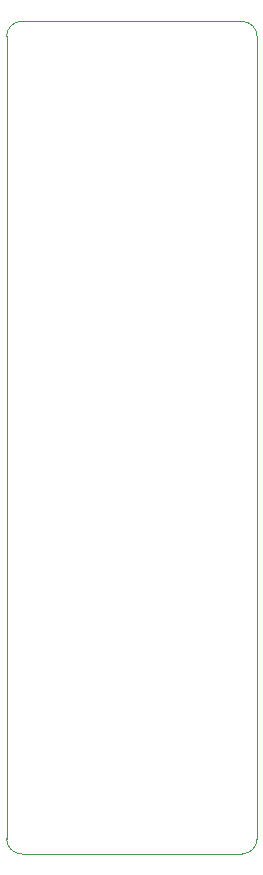
<source format=gbr>
%TF.GenerationSoftware,KiCad,Pcbnew,8.0.6*%
%TF.CreationDate,2024-11-08T20:03:32-06:00*%
%TF.ProjectId,lora micronode,6c6f7261-206d-4696-9372-6f6e6f64652e,rev?*%
%TF.SameCoordinates,Original*%
%TF.FileFunction,Profile,NP*%
%FSLAX46Y46*%
G04 Gerber Fmt 4.6, Leading zero omitted, Abs format (unit mm)*
G04 Created by KiCad (PCBNEW 8.0.6) date 2024-11-08 20:03:32*
%MOMM*%
%LPD*%
G01*
G04 APERTURE LIST*
%TA.AperFunction,Profile*%
%ADD10C,0.050000*%
%TD*%
G04 APERTURE END LIST*
D10*
X141732000Y-51689000D02*
X141732000Y-119634000D01*
X121793000Y-50419000D02*
X140462000Y-50419000D01*
X120523000Y-119634000D02*
X120523000Y-51689000D01*
X140462000Y-120904000D02*
X121793000Y-120904000D01*
X141732000Y-119634000D02*
G75*
G02*
X140462000Y-120904000I-1269999J-1D01*
G01*
X140462000Y-50419000D02*
G75*
G02*
X141732000Y-51689000I1J-1269999D01*
G01*
X120523000Y-51689000D02*
G75*
G02*
X121793000Y-50419000I1269999J1D01*
G01*
X121793000Y-120904000D02*
G75*
G02*
X120523000Y-119634000I0J1270000D01*
G01*
M02*

</source>
